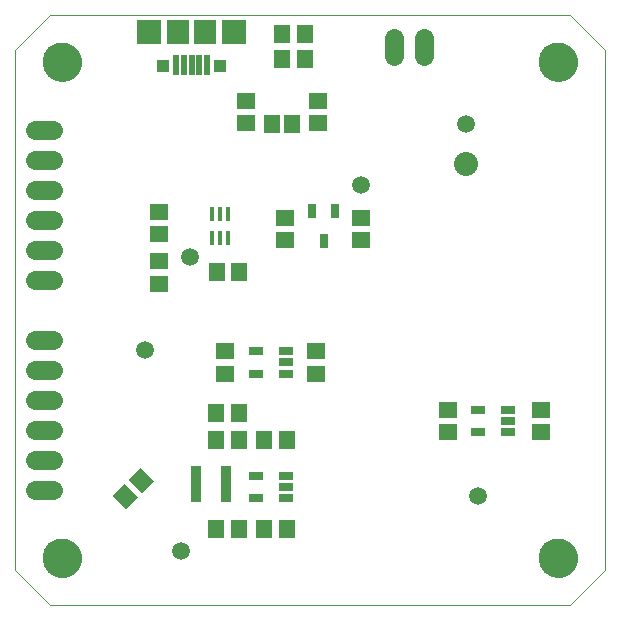
<source format=gts>
G75*
%MOIN*%
%OFA0B0*%
%FSLAX25Y25*%
%IPPOS*%
%LPD*%
%AMOC8*
5,1,8,0,0,1.08239X$1,22.5*
%
%ADD10C,0.00000*%
%ADD11C,0.12998*%
%ADD12C,0.06400*%
%ADD13R,0.05124X0.02762*%
%ADD14R,0.02762X0.05124*%
%ADD15R,0.01800X0.05000*%
%ADD16C,0.08000*%
%ADD17R,0.06306X0.05518*%
%ADD18R,0.05518X0.06306*%
%ADD19R,0.03400X0.12400*%
%ADD20C,0.05912*%
%ADD21R,0.01975X0.06896*%
%ADD22R,0.04172X0.04172*%
%ADD23R,0.07487X0.07880*%
%ADD24R,0.08000X0.08000*%
D10*
X0063875Y0067686D02*
X0075686Y0055875D01*
X0248914Y0055875D01*
X0260725Y0067686D01*
X0260725Y0240914D01*
X0248914Y0252725D01*
X0075686Y0252725D01*
X0063875Y0240914D01*
X0063875Y0067686D01*
X0073324Y0071623D02*
X0073326Y0071781D01*
X0073332Y0071939D01*
X0073342Y0072097D01*
X0073356Y0072255D01*
X0073374Y0072412D01*
X0073395Y0072569D01*
X0073421Y0072725D01*
X0073451Y0072881D01*
X0073484Y0073036D01*
X0073522Y0073189D01*
X0073563Y0073342D01*
X0073608Y0073494D01*
X0073657Y0073645D01*
X0073710Y0073794D01*
X0073766Y0073942D01*
X0073826Y0074088D01*
X0073890Y0074233D01*
X0073958Y0074376D01*
X0074029Y0074518D01*
X0074103Y0074658D01*
X0074181Y0074795D01*
X0074263Y0074931D01*
X0074347Y0075065D01*
X0074436Y0075196D01*
X0074527Y0075325D01*
X0074622Y0075452D01*
X0074719Y0075577D01*
X0074820Y0075699D01*
X0074924Y0075818D01*
X0075031Y0075935D01*
X0075141Y0076049D01*
X0075254Y0076160D01*
X0075369Y0076269D01*
X0075487Y0076374D01*
X0075608Y0076476D01*
X0075731Y0076576D01*
X0075857Y0076672D01*
X0075985Y0076765D01*
X0076115Y0076855D01*
X0076248Y0076941D01*
X0076383Y0077025D01*
X0076519Y0077104D01*
X0076658Y0077181D01*
X0076799Y0077253D01*
X0076941Y0077323D01*
X0077085Y0077388D01*
X0077231Y0077450D01*
X0077378Y0077508D01*
X0077527Y0077563D01*
X0077677Y0077614D01*
X0077828Y0077661D01*
X0077980Y0077704D01*
X0078133Y0077743D01*
X0078288Y0077779D01*
X0078443Y0077810D01*
X0078599Y0077838D01*
X0078755Y0077862D01*
X0078912Y0077882D01*
X0079070Y0077898D01*
X0079227Y0077910D01*
X0079386Y0077918D01*
X0079544Y0077922D01*
X0079702Y0077922D01*
X0079860Y0077918D01*
X0080019Y0077910D01*
X0080176Y0077898D01*
X0080334Y0077882D01*
X0080491Y0077862D01*
X0080647Y0077838D01*
X0080803Y0077810D01*
X0080958Y0077779D01*
X0081113Y0077743D01*
X0081266Y0077704D01*
X0081418Y0077661D01*
X0081569Y0077614D01*
X0081719Y0077563D01*
X0081868Y0077508D01*
X0082015Y0077450D01*
X0082161Y0077388D01*
X0082305Y0077323D01*
X0082447Y0077253D01*
X0082588Y0077181D01*
X0082727Y0077104D01*
X0082863Y0077025D01*
X0082998Y0076941D01*
X0083131Y0076855D01*
X0083261Y0076765D01*
X0083389Y0076672D01*
X0083515Y0076576D01*
X0083638Y0076476D01*
X0083759Y0076374D01*
X0083877Y0076269D01*
X0083992Y0076160D01*
X0084105Y0076049D01*
X0084215Y0075935D01*
X0084322Y0075818D01*
X0084426Y0075699D01*
X0084527Y0075577D01*
X0084624Y0075452D01*
X0084719Y0075325D01*
X0084810Y0075196D01*
X0084899Y0075065D01*
X0084983Y0074931D01*
X0085065Y0074795D01*
X0085143Y0074658D01*
X0085217Y0074518D01*
X0085288Y0074376D01*
X0085356Y0074233D01*
X0085420Y0074088D01*
X0085480Y0073942D01*
X0085536Y0073794D01*
X0085589Y0073645D01*
X0085638Y0073494D01*
X0085683Y0073342D01*
X0085724Y0073189D01*
X0085762Y0073036D01*
X0085795Y0072881D01*
X0085825Y0072725D01*
X0085851Y0072569D01*
X0085872Y0072412D01*
X0085890Y0072255D01*
X0085904Y0072097D01*
X0085914Y0071939D01*
X0085920Y0071781D01*
X0085922Y0071623D01*
X0085920Y0071465D01*
X0085914Y0071307D01*
X0085904Y0071149D01*
X0085890Y0070991D01*
X0085872Y0070834D01*
X0085851Y0070677D01*
X0085825Y0070521D01*
X0085795Y0070365D01*
X0085762Y0070210D01*
X0085724Y0070057D01*
X0085683Y0069904D01*
X0085638Y0069752D01*
X0085589Y0069601D01*
X0085536Y0069452D01*
X0085480Y0069304D01*
X0085420Y0069158D01*
X0085356Y0069013D01*
X0085288Y0068870D01*
X0085217Y0068728D01*
X0085143Y0068588D01*
X0085065Y0068451D01*
X0084983Y0068315D01*
X0084899Y0068181D01*
X0084810Y0068050D01*
X0084719Y0067921D01*
X0084624Y0067794D01*
X0084527Y0067669D01*
X0084426Y0067547D01*
X0084322Y0067428D01*
X0084215Y0067311D01*
X0084105Y0067197D01*
X0083992Y0067086D01*
X0083877Y0066977D01*
X0083759Y0066872D01*
X0083638Y0066770D01*
X0083515Y0066670D01*
X0083389Y0066574D01*
X0083261Y0066481D01*
X0083131Y0066391D01*
X0082998Y0066305D01*
X0082863Y0066221D01*
X0082727Y0066142D01*
X0082588Y0066065D01*
X0082447Y0065993D01*
X0082305Y0065923D01*
X0082161Y0065858D01*
X0082015Y0065796D01*
X0081868Y0065738D01*
X0081719Y0065683D01*
X0081569Y0065632D01*
X0081418Y0065585D01*
X0081266Y0065542D01*
X0081113Y0065503D01*
X0080958Y0065467D01*
X0080803Y0065436D01*
X0080647Y0065408D01*
X0080491Y0065384D01*
X0080334Y0065364D01*
X0080176Y0065348D01*
X0080019Y0065336D01*
X0079860Y0065328D01*
X0079702Y0065324D01*
X0079544Y0065324D01*
X0079386Y0065328D01*
X0079227Y0065336D01*
X0079070Y0065348D01*
X0078912Y0065364D01*
X0078755Y0065384D01*
X0078599Y0065408D01*
X0078443Y0065436D01*
X0078288Y0065467D01*
X0078133Y0065503D01*
X0077980Y0065542D01*
X0077828Y0065585D01*
X0077677Y0065632D01*
X0077527Y0065683D01*
X0077378Y0065738D01*
X0077231Y0065796D01*
X0077085Y0065858D01*
X0076941Y0065923D01*
X0076799Y0065993D01*
X0076658Y0066065D01*
X0076519Y0066142D01*
X0076383Y0066221D01*
X0076248Y0066305D01*
X0076115Y0066391D01*
X0075985Y0066481D01*
X0075857Y0066574D01*
X0075731Y0066670D01*
X0075608Y0066770D01*
X0075487Y0066872D01*
X0075369Y0066977D01*
X0075254Y0067086D01*
X0075141Y0067197D01*
X0075031Y0067311D01*
X0074924Y0067428D01*
X0074820Y0067547D01*
X0074719Y0067669D01*
X0074622Y0067794D01*
X0074527Y0067921D01*
X0074436Y0068050D01*
X0074347Y0068181D01*
X0074263Y0068315D01*
X0074181Y0068451D01*
X0074103Y0068588D01*
X0074029Y0068728D01*
X0073958Y0068870D01*
X0073890Y0069013D01*
X0073826Y0069158D01*
X0073766Y0069304D01*
X0073710Y0069452D01*
X0073657Y0069601D01*
X0073608Y0069752D01*
X0073563Y0069904D01*
X0073522Y0070057D01*
X0073484Y0070210D01*
X0073451Y0070365D01*
X0073421Y0070521D01*
X0073395Y0070677D01*
X0073374Y0070834D01*
X0073356Y0070991D01*
X0073342Y0071149D01*
X0073332Y0071307D01*
X0073326Y0071465D01*
X0073324Y0071623D01*
X0238678Y0071623D02*
X0238680Y0071781D01*
X0238686Y0071939D01*
X0238696Y0072097D01*
X0238710Y0072255D01*
X0238728Y0072412D01*
X0238749Y0072569D01*
X0238775Y0072725D01*
X0238805Y0072881D01*
X0238838Y0073036D01*
X0238876Y0073189D01*
X0238917Y0073342D01*
X0238962Y0073494D01*
X0239011Y0073645D01*
X0239064Y0073794D01*
X0239120Y0073942D01*
X0239180Y0074088D01*
X0239244Y0074233D01*
X0239312Y0074376D01*
X0239383Y0074518D01*
X0239457Y0074658D01*
X0239535Y0074795D01*
X0239617Y0074931D01*
X0239701Y0075065D01*
X0239790Y0075196D01*
X0239881Y0075325D01*
X0239976Y0075452D01*
X0240073Y0075577D01*
X0240174Y0075699D01*
X0240278Y0075818D01*
X0240385Y0075935D01*
X0240495Y0076049D01*
X0240608Y0076160D01*
X0240723Y0076269D01*
X0240841Y0076374D01*
X0240962Y0076476D01*
X0241085Y0076576D01*
X0241211Y0076672D01*
X0241339Y0076765D01*
X0241469Y0076855D01*
X0241602Y0076941D01*
X0241737Y0077025D01*
X0241873Y0077104D01*
X0242012Y0077181D01*
X0242153Y0077253D01*
X0242295Y0077323D01*
X0242439Y0077388D01*
X0242585Y0077450D01*
X0242732Y0077508D01*
X0242881Y0077563D01*
X0243031Y0077614D01*
X0243182Y0077661D01*
X0243334Y0077704D01*
X0243487Y0077743D01*
X0243642Y0077779D01*
X0243797Y0077810D01*
X0243953Y0077838D01*
X0244109Y0077862D01*
X0244266Y0077882D01*
X0244424Y0077898D01*
X0244581Y0077910D01*
X0244740Y0077918D01*
X0244898Y0077922D01*
X0245056Y0077922D01*
X0245214Y0077918D01*
X0245373Y0077910D01*
X0245530Y0077898D01*
X0245688Y0077882D01*
X0245845Y0077862D01*
X0246001Y0077838D01*
X0246157Y0077810D01*
X0246312Y0077779D01*
X0246467Y0077743D01*
X0246620Y0077704D01*
X0246772Y0077661D01*
X0246923Y0077614D01*
X0247073Y0077563D01*
X0247222Y0077508D01*
X0247369Y0077450D01*
X0247515Y0077388D01*
X0247659Y0077323D01*
X0247801Y0077253D01*
X0247942Y0077181D01*
X0248081Y0077104D01*
X0248217Y0077025D01*
X0248352Y0076941D01*
X0248485Y0076855D01*
X0248615Y0076765D01*
X0248743Y0076672D01*
X0248869Y0076576D01*
X0248992Y0076476D01*
X0249113Y0076374D01*
X0249231Y0076269D01*
X0249346Y0076160D01*
X0249459Y0076049D01*
X0249569Y0075935D01*
X0249676Y0075818D01*
X0249780Y0075699D01*
X0249881Y0075577D01*
X0249978Y0075452D01*
X0250073Y0075325D01*
X0250164Y0075196D01*
X0250253Y0075065D01*
X0250337Y0074931D01*
X0250419Y0074795D01*
X0250497Y0074658D01*
X0250571Y0074518D01*
X0250642Y0074376D01*
X0250710Y0074233D01*
X0250774Y0074088D01*
X0250834Y0073942D01*
X0250890Y0073794D01*
X0250943Y0073645D01*
X0250992Y0073494D01*
X0251037Y0073342D01*
X0251078Y0073189D01*
X0251116Y0073036D01*
X0251149Y0072881D01*
X0251179Y0072725D01*
X0251205Y0072569D01*
X0251226Y0072412D01*
X0251244Y0072255D01*
X0251258Y0072097D01*
X0251268Y0071939D01*
X0251274Y0071781D01*
X0251276Y0071623D01*
X0251274Y0071465D01*
X0251268Y0071307D01*
X0251258Y0071149D01*
X0251244Y0070991D01*
X0251226Y0070834D01*
X0251205Y0070677D01*
X0251179Y0070521D01*
X0251149Y0070365D01*
X0251116Y0070210D01*
X0251078Y0070057D01*
X0251037Y0069904D01*
X0250992Y0069752D01*
X0250943Y0069601D01*
X0250890Y0069452D01*
X0250834Y0069304D01*
X0250774Y0069158D01*
X0250710Y0069013D01*
X0250642Y0068870D01*
X0250571Y0068728D01*
X0250497Y0068588D01*
X0250419Y0068451D01*
X0250337Y0068315D01*
X0250253Y0068181D01*
X0250164Y0068050D01*
X0250073Y0067921D01*
X0249978Y0067794D01*
X0249881Y0067669D01*
X0249780Y0067547D01*
X0249676Y0067428D01*
X0249569Y0067311D01*
X0249459Y0067197D01*
X0249346Y0067086D01*
X0249231Y0066977D01*
X0249113Y0066872D01*
X0248992Y0066770D01*
X0248869Y0066670D01*
X0248743Y0066574D01*
X0248615Y0066481D01*
X0248485Y0066391D01*
X0248352Y0066305D01*
X0248217Y0066221D01*
X0248081Y0066142D01*
X0247942Y0066065D01*
X0247801Y0065993D01*
X0247659Y0065923D01*
X0247515Y0065858D01*
X0247369Y0065796D01*
X0247222Y0065738D01*
X0247073Y0065683D01*
X0246923Y0065632D01*
X0246772Y0065585D01*
X0246620Y0065542D01*
X0246467Y0065503D01*
X0246312Y0065467D01*
X0246157Y0065436D01*
X0246001Y0065408D01*
X0245845Y0065384D01*
X0245688Y0065364D01*
X0245530Y0065348D01*
X0245373Y0065336D01*
X0245214Y0065328D01*
X0245056Y0065324D01*
X0244898Y0065324D01*
X0244740Y0065328D01*
X0244581Y0065336D01*
X0244424Y0065348D01*
X0244266Y0065364D01*
X0244109Y0065384D01*
X0243953Y0065408D01*
X0243797Y0065436D01*
X0243642Y0065467D01*
X0243487Y0065503D01*
X0243334Y0065542D01*
X0243182Y0065585D01*
X0243031Y0065632D01*
X0242881Y0065683D01*
X0242732Y0065738D01*
X0242585Y0065796D01*
X0242439Y0065858D01*
X0242295Y0065923D01*
X0242153Y0065993D01*
X0242012Y0066065D01*
X0241873Y0066142D01*
X0241737Y0066221D01*
X0241602Y0066305D01*
X0241469Y0066391D01*
X0241339Y0066481D01*
X0241211Y0066574D01*
X0241085Y0066670D01*
X0240962Y0066770D01*
X0240841Y0066872D01*
X0240723Y0066977D01*
X0240608Y0067086D01*
X0240495Y0067197D01*
X0240385Y0067311D01*
X0240278Y0067428D01*
X0240174Y0067547D01*
X0240073Y0067669D01*
X0239976Y0067794D01*
X0239881Y0067921D01*
X0239790Y0068050D01*
X0239701Y0068181D01*
X0239617Y0068315D01*
X0239535Y0068451D01*
X0239457Y0068588D01*
X0239383Y0068728D01*
X0239312Y0068870D01*
X0239244Y0069013D01*
X0239180Y0069158D01*
X0239120Y0069304D01*
X0239064Y0069452D01*
X0239011Y0069601D01*
X0238962Y0069752D01*
X0238917Y0069904D01*
X0238876Y0070057D01*
X0238838Y0070210D01*
X0238805Y0070365D01*
X0238775Y0070521D01*
X0238749Y0070677D01*
X0238728Y0070834D01*
X0238710Y0070991D01*
X0238696Y0071149D01*
X0238686Y0071307D01*
X0238680Y0071465D01*
X0238678Y0071623D01*
X0238678Y0236977D02*
X0238680Y0237135D01*
X0238686Y0237293D01*
X0238696Y0237451D01*
X0238710Y0237609D01*
X0238728Y0237766D01*
X0238749Y0237923D01*
X0238775Y0238079D01*
X0238805Y0238235D01*
X0238838Y0238390D01*
X0238876Y0238543D01*
X0238917Y0238696D01*
X0238962Y0238848D01*
X0239011Y0238999D01*
X0239064Y0239148D01*
X0239120Y0239296D01*
X0239180Y0239442D01*
X0239244Y0239587D01*
X0239312Y0239730D01*
X0239383Y0239872D01*
X0239457Y0240012D01*
X0239535Y0240149D01*
X0239617Y0240285D01*
X0239701Y0240419D01*
X0239790Y0240550D01*
X0239881Y0240679D01*
X0239976Y0240806D01*
X0240073Y0240931D01*
X0240174Y0241053D01*
X0240278Y0241172D01*
X0240385Y0241289D01*
X0240495Y0241403D01*
X0240608Y0241514D01*
X0240723Y0241623D01*
X0240841Y0241728D01*
X0240962Y0241830D01*
X0241085Y0241930D01*
X0241211Y0242026D01*
X0241339Y0242119D01*
X0241469Y0242209D01*
X0241602Y0242295D01*
X0241737Y0242379D01*
X0241873Y0242458D01*
X0242012Y0242535D01*
X0242153Y0242607D01*
X0242295Y0242677D01*
X0242439Y0242742D01*
X0242585Y0242804D01*
X0242732Y0242862D01*
X0242881Y0242917D01*
X0243031Y0242968D01*
X0243182Y0243015D01*
X0243334Y0243058D01*
X0243487Y0243097D01*
X0243642Y0243133D01*
X0243797Y0243164D01*
X0243953Y0243192D01*
X0244109Y0243216D01*
X0244266Y0243236D01*
X0244424Y0243252D01*
X0244581Y0243264D01*
X0244740Y0243272D01*
X0244898Y0243276D01*
X0245056Y0243276D01*
X0245214Y0243272D01*
X0245373Y0243264D01*
X0245530Y0243252D01*
X0245688Y0243236D01*
X0245845Y0243216D01*
X0246001Y0243192D01*
X0246157Y0243164D01*
X0246312Y0243133D01*
X0246467Y0243097D01*
X0246620Y0243058D01*
X0246772Y0243015D01*
X0246923Y0242968D01*
X0247073Y0242917D01*
X0247222Y0242862D01*
X0247369Y0242804D01*
X0247515Y0242742D01*
X0247659Y0242677D01*
X0247801Y0242607D01*
X0247942Y0242535D01*
X0248081Y0242458D01*
X0248217Y0242379D01*
X0248352Y0242295D01*
X0248485Y0242209D01*
X0248615Y0242119D01*
X0248743Y0242026D01*
X0248869Y0241930D01*
X0248992Y0241830D01*
X0249113Y0241728D01*
X0249231Y0241623D01*
X0249346Y0241514D01*
X0249459Y0241403D01*
X0249569Y0241289D01*
X0249676Y0241172D01*
X0249780Y0241053D01*
X0249881Y0240931D01*
X0249978Y0240806D01*
X0250073Y0240679D01*
X0250164Y0240550D01*
X0250253Y0240419D01*
X0250337Y0240285D01*
X0250419Y0240149D01*
X0250497Y0240012D01*
X0250571Y0239872D01*
X0250642Y0239730D01*
X0250710Y0239587D01*
X0250774Y0239442D01*
X0250834Y0239296D01*
X0250890Y0239148D01*
X0250943Y0238999D01*
X0250992Y0238848D01*
X0251037Y0238696D01*
X0251078Y0238543D01*
X0251116Y0238390D01*
X0251149Y0238235D01*
X0251179Y0238079D01*
X0251205Y0237923D01*
X0251226Y0237766D01*
X0251244Y0237609D01*
X0251258Y0237451D01*
X0251268Y0237293D01*
X0251274Y0237135D01*
X0251276Y0236977D01*
X0251274Y0236819D01*
X0251268Y0236661D01*
X0251258Y0236503D01*
X0251244Y0236345D01*
X0251226Y0236188D01*
X0251205Y0236031D01*
X0251179Y0235875D01*
X0251149Y0235719D01*
X0251116Y0235564D01*
X0251078Y0235411D01*
X0251037Y0235258D01*
X0250992Y0235106D01*
X0250943Y0234955D01*
X0250890Y0234806D01*
X0250834Y0234658D01*
X0250774Y0234512D01*
X0250710Y0234367D01*
X0250642Y0234224D01*
X0250571Y0234082D01*
X0250497Y0233942D01*
X0250419Y0233805D01*
X0250337Y0233669D01*
X0250253Y0233535D01*
X0250164Y0233404D01*
X0250073Y0233275D01*
X0249978Y0233148D01*
X0249881Y0233023D01*
X0249780Y0232901D01*
X0249676Y0232782D01*
X0249569Y0232665D01*
X0249459Y0232551D01*
X0249346Y0232440D01*
X0249231Y0232331D01*
X0249113Y0232226D01*
X0248992Y0232124D01*
X0248869Y0232024D01*
X0248743Y0231928D01*
X0248615Y0231835D01*
X0248485Y0231745D01*
X0248352Y0231659D01*
X0248217Y0231575D01*
X0248081Y0231496D01*
X0247942Y0231419D01*
X0247801Y0231347D01*
X0247659Y0231277D01*
X0247515Y0231212D01*
X0247369Y0231150D01*
X0247222Y0231092D01*
X0247073Y0231037D01*
X0246923Y0230986D01*
X0246772Y0230939D01*
X0246620Y0230896D01*
X0246467Y0230857D01*
X0246312Y0230821D01*
X0246157Y0230790D01*
X0246001Y0230762D01*
X0245845Y0230738D01*
X0245688Y0230718D01*
X0245530Y0230702D01*
X0245373Y0230690D01*
X0245214Y0230682D01*
X0245056Y0230678D01*
X0244898Y0230678D01*
X0244740Y0230682D01*
X0244581Y0230690D01*
X0244424Y0230702D01*
X0244266Y0230718D01*
X0244109Y0230738D01*
X0243953Y0230762D01*
X0243797Y0230790D01*
X0243642Y0230821D01*
X0243487Y0230857D01*
X0243334Y0230896D01*
X0243182Y0230939D01*
X0243031Y0230986D01*
X0242881Y0231037D01*
X0242732Y0231092D01*
X0242585Y0231150D01*
X0242439Y0231212D01*
X0242295Y0231277D01*
X0242153Y0231347D01*
X0242012Y0231419D01*
X0241873Y0231496D01*
X0241737Y0231575D01*
X0241602Y0231659D01*
X0241469Y0231745D01*
X0241339Y0231835D01*
X0241211Y0231928D01*
X0241085Y0232024D01*
X0240962Y0232124D01*
X0240841Y0232226D01*
X0240723Y0232331D01*
X0240608Y0232440D01*
X0240495Y0232551D01*
X0240385Y0232665D01*
X0240278Y0232782D01*
X0240174Y0232901D01*
X0240073Y0233023D01*
X0239976Y0233148D01*
X0239881Y0233275D01*
X0239790Y0233404D01*
X0239701Y0233535D01*
X0239617Y0233669D01*
X0239535Y0233805D01*
X0239457Y0233942D01*
X0239383Y0234082D01*
X0239312Y0234224D01*
X0239244Y0234367D01*
X0239180Y0234512D01*
X0239120Y0234658D01*
X0239064Y0234806D01*
X0239011Y0234955D01*
X0238962Y0235106D01*
X0238917Y0235258D01*
X0238876Y0235411D01*
X0238838Y0235564D01*
X0238805Y0235719D01*
X0238775Y0235875D01*
X0238749Y0236031D01*
X0238728Y0236188D01*
X0238710Y0236345D01*
X0238696Y0236503D01*
X0238686Y0236661D01*
X0238680Y0236819D01*
X0238678Y0236977D01*
X0073324Y0236977D02*
X0073326Y0237135D01*
X0073332Y0237293D01*
X0073342Y0237451D01*
X0073356Y0237609D01*
X0073374Y0237766D01*
X0073395Y0237923D01*
X0073421Y0238079D01*
X0073451Y0238235D01*
X0073484Y0238390D01*
X0073522Y0238543D01*
X0073563Y0238696D01*
X0073608Y0238848D01*
X0073657Y0238999D01*
X0073710Y0239148D01*
X0073766Y0239296D01*
X0073826Y0239442D01*
X0073890Y0239587D01*
X0073958Y0239730D01*
X0074029Y0239872D01*
X0074103Y0240012D01*
X0074181Y0240149D01*
X0074263Y0240285D01*
X0074347Y0240419D01*
X0074436Y0240550D01*
X0074527Y0240679D01*
X0074622Y0240806D01*
X0074719Y0240931D01*
X0074820Y0241053D01*
X0074924Y0241172D01*
X0075031Y0241289D01*
X0075141Y0241403D01*
X0075254Y0241514D01*
X0075369Y0241623D01*
X0075487Y0241728D01*
X0075608Y0241830D01*
X0075731Y0241930D01*
X0075857Y0242026D01*
X0075985Y0242119D01*
X0076115Y0242209D01*
X0076248Y0242295D01*
X0076383Y0242379D01*
X0076519Y0242458D01*
X0076658Y0242535D01*
X0076799Y0242607D01*
X0076941Y0242677D01*
X0077085Y0242742D01*
X0077231Y0242804D01*
X0077378Y0242862D01*
X0077527Y0242917D01*
X0077677Y0242968D01*
X0077828Y0243015D01*
X0077980Y0243058D01*
X0078133Y0243097D01*
X0078288Y0243133D01*
X0078443Y0243164D01*
X0078599Y0243192D01*
X0078755Y0243216D01*
X0078912Y0243236D01*
X0079070Y0243252D01*
X0079227Y0243264D01*
X0079386Y0243272D01*
X0079544Y0243276D01*
X0079702Y0243276D01*
X0079860Y0243272D01*
X0080019Y0243264D01*
X0080176Y0243252D01*
X0080334Y0243236D01*
X0080491Y0243216D01*
X0080647Y0243192D01*
X0080803Y0243164D01*
X0080958Y0243133D01*
X0081113Y0243097D01*
X0081266Y0243058D01*
X0081418Y0243015D01*
X0081569Y0242968D01*
X0081719Y0242917D01*
X0081868Y0242862D01*
X0082015Y0242804D01*
X0082161Y0242742D01*
X0082305Y0242677D01*
X0082447Y0242607D01*
X0082588Y0242535D01*
X0082727Y0242458D01*
X0082863Y0242379D01*
X0082998Y0242295D01*
X0083131Y0242209D01*
X0083261Y0242119D01*
X0083389Y0242026D01*
X0083515Y0241930D01*
X0083638Y0241830D01*
X0083759Y0241728D01*
X0083877Y0241623D01*
X0083992Y0241514D01*
X0084105Y0241403D01*
X0084215Y0241289D01*
X0084322Y0241172D01*
X0084426Y0241053D01*
X0084527Y0240931D01*
X0084624Y0240806D01*
X0084719Y0240679D01*
X0084810Y0240550D01*
X0084899Y0240419D01*
X0084983Y0240285D01*
X0085065Y0240149D01*
X0085143Y0240012D01*
X0085217Y0239872D01*
X0085288Y0239730D01*
X0085356Y0239587D01*
X0085420Y0239442D01*
X0085480Y0239296D01*
X0085536Y0239148D01*
X0085589Y0238999D01*
X0085638Y0238848D01*
X0085683Y0238696D01*
X0085724Y0238543D01*
X0085762Y0238390D01*
X0085795Y0238235D01*
X0085825Y0238079D01*
X0085851Y0237923D01*
X0085872Y0237766D01*
X0085890Y0237609D01*
X0085904Y0237451D01*
X0085914Y0237293D01*
X0085920Y0237135D01*
X0085922Y0236977D01*
X0085920Y0236819D01*
X0085914Y0236661D01*
X0085904Y0236503D01*
X0085890Y0236345D01*
X0085872Y0236188D01*
X0085851Y0236031D01*
X0085825Y0235875D01*
X0085795Y0235719D01*
X0085762Y0235564D01*
X0085724Y0235411D01*
X0085683Y0235258D01*
X0085638Y0235106D01*
X0085589Y0234955D01*
X0085536Y0234806D01*
X0085480Y0234658D01*
X0085420Y0234512D01*
X0085356Y0234367D01*
X0085288Y0234224D01*
X0085217Y0234082D01*
X0085143Y0233942D01*
X0085065Y0233805D01*
X0084983Y0233669D01*
X0084899Y0233535D01*
X0084810Y0233404D01*
X0084719Y0233275D01*
X0084624Y0233148D01*
X0084527Y0233023D01*
X0084426Y0232901D01*
X0084322Y0232782D01*
X0084215Y0232665D01*
X0084105Y0232551D01*
X0083992Y0232440D01*
X0083877Y0232331D01*
X0083759Y0232226D01*
X0083638Y0232124D01*
X0083515Y0232024D01*
X0083389Y0231928D01*
X0083261Y0231835D01*
X0083131Y0231745D01*
X0082998Y0231659D01*
X0082863Y0231575D01*
X0082727Y0231496D01*
X0082588Y0231419D01*
X0082447Y0231347D01*
X0082305Y0231277D01*
X0082161Y0231212D01*
X0082015Y0231150D01*
X0081868Y0231092D01*
X0081719Y0231037D01*
X0081569Y0230986D01*
X0081418Y0230939D01*
X0081266Y0230896D01*
X0081113Y0230857D01*
X0080958Y0230821D01*
X0080803Y0230790D01*
X0080647Y0230762D01*
X0080491Y0230738D01*
X0080334Y0230718D01*
X0080176Y0230702D01*
X0080019Y0230690D01*
X0079860Y0230682D01*
X0079702Y0230678D01*
X0079544Y0230678D01*
X0079386Y0230682D01*
X0079227Y0230690D01*
X0079070Y0230702D01*
X0078912Y0230718D01*
X0078755Y0230738D01*
X0078599Y0230762D01*
X0078443Y0230790D01*
X0078288Y0230821D01*
X0078133Y0230857D01*
X0077980Y0230896D01*
X0077828Y0230939D01*
X0077677Y0230986D01*
X0077527Y0231037D01*
X0077378Y0231092D01*
X0077231Y0231150D01*
X0077085Y0231212D01*
X0076941Y0231277D01*
X0076799Y0231347D01*
X0076658Y0231419D01*
X0076519Y0231496D01*
X0076383Y0231575D01*
X0076248Y0231659D01*
X0076115Y0231745D01*
X0075985Y0231835D01*
X0075857Y0231928D01*
X0075731Y0232024D01*
X0075608Y0232124D01*
X0075487Y0232226D01*
X0075369Y0232331D01*
X0075254Y0232440D01*
X0075141Y0232551D01*
X0075031Y0232665D01*
X0074924Y0232782D01*
X0074820Y0232901D01*
X0074719Y0233023D01*
X0074622Y0233148D01*
X0074527Y0233275D01*
X0074436Y0233404D01*
X0074347Y0233535D01*
X0074263Y0233669D01*
X0074181Y0233805D01*
X0074103Y0233942D01*
X0074029Y0234082D01*
X0073958Y0234224D01*
X0073890Y0234367D01*
X0073826Y0234512D01*
X0073766Y0234658D01*
X0073710Y0234806D01*
X0073657Y0234955D01*
X0073608Y0235106D01*
X0073563Y0235258D01*
X0073522Y0235411D01*
X0073484Y0235564D01*
X0073451Y0235719D01*
X0073421Y0235875D01*
X0073395Y0236031D01*
X0073374Y0236188D01*
X0073356Y0236345D01*
X0073342Y0236503D01*
X0073332Y0236661D01*
X0073326Y0236819D01*
X0073324Y0236977D01*
D11*
X0079623Y0236977D03*
X0244977Y0236977D03*
X0244977Y0071623D03*
X0079623Y0071623D03*
D12*
X0076717Y0094300D02*
X0070717Y0094300D01*
X0070717Y0104300D02*
X0076717Y0104300D01*
X0076717Y0114300D02*
X0070717Y0114300D01*
X0070717Y0124300D02*
X0076717Y0124300D01*
X0076717Y0134300D02*
X0070717Y0134300D01*
X0070717Y0144300D02*
X0076717Y0144300D01*
X0076717Y0164300D02*
X0070717Y0164300D01*
X0070717Y0174300D02*
X0076717Y0174300D01*
X0076717Y0184300D02*
X0070717Y0184300D01*
X0070717Y0194300D02*
X0076717Y0194300D01*
X0076717Y0204300D02*
X0070717Y0204300D01*
X0070717Y0214300D02*
X0076717Y0214300D01*
X0190300Y0238800D02*
X0190300Y0244800D01*
X0200300Y0244800D02*
X0200300Y0238800D01*
D13*
X0154418Y0140540D03*
X0154418Y0136800D03*
X0154418Y0133060D03*
X0144182Y0133060D03*
X0144182Y0140540D03*
X0144182Y0099040D03*
X0144182Y0091560D03*
X0154418Y0091560D03*
X0154418Y0095300D03*
X0154418Y0099040D03*
X0218182Y0113560D03*
X0218182Y0121040D03*
X0228418Y0121040D03*
X0228418Y0117300D03*
X0228418Y0113560D03*
D14*
X0166800Y0177182D03*
X0163060Y0187418D03*
X0170540Y0187418D03*
D15*
X0134900Y0186400D03*
X0132300Y0186400D03*
X0129700Y0186400D03*
X0129700Y0178200D03*
X0132300Y0178200D03*
X0134900Y0178200D03*
D16*
X0214300Y0202800D03*
D17*
X0179300Y0185040D03*
X0179300Y0177560D03*
X0153800Y0177560D03*
X0153800Y0185040D03*
X0164800Y0216560D03*
X0164800Y0224040D03*
X0140800Y0224040D03*
X0140800Y0216560D03*
X0111800Y0187040D03*
X0111800Y0179560D03*
X0111800Y0170540D03*
X0111800Y0163060D03*
X0133800Y0140540D03*
X0133800Y0133060D03*
X0164300Y0133060D03*
X0164300Y0140540D03*
X0208300Y0121040D03*
X0208300Y0113560D03*
X0239300Y0113560D03*
X0239300Y0121040D03*
D18*
X0154540Y0110800D03*
X0147060Y0110800D03*
X0138540Y0110800D03*
X0131060Y0110800D03*
X0131060Y0119800D03*
X0138540Y0119800D03*
G36*
X0101765Y0097723D02*
X0105667Y0101625D01*
X0110125Y0097167D01*
X0106223Y0093265D01*
X0101765Y0097723D01*
G37*
G36*
X0096475Y0092433D02*
X0100377Y0096335D01*
X0104835Y0091877D01*
X0100933Y0087975D01*
X0096475Y0092433D01*
G37*
X0131060Y0081300D03*
X0138540Y0081300D03*
X0147060Y0081300D03*
X0154540Y0081300D03*
X0138640Y0166800D03*
X0131160Y0166800D03*
X0149454Y0216300D03*
X0156146Y0216300D03*
X0153060Y0237800D03*
X0160540Y0237800D03*
X0160540Y0246300D03*
X0153060Y0246300D03*
D19*
X0134300Y0096300D03*
X0124300Y0096300D03*
D20*
X0119300Y0073800D03*
X0107300Y0140800D03*
X0122300Y0171800D03*
X0179300Y0195800D03*
X0214300Y0216300D03*
X0218300Y0092300D03*
D21*
X0127918Y0235930D03*
X0125359Y0235930D03*
X0122800Y0235930D03*
X0120241Y0235930D03*
X0117682Y0235930D03*
D22*
X0113253Y0235674D03*
X0132347Y0235674D03*
D23*
X0127328Y0247091D03*
X0118272Y0247091D03*
D24*
X0108627Y0247091D03*
X0136973Y0247091D03*
M02*

</source>
